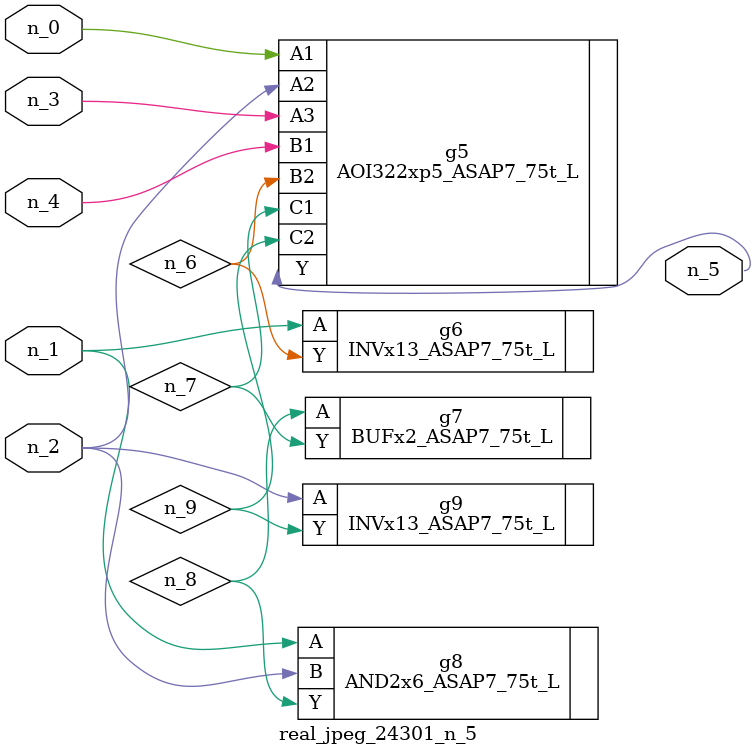
<source format=v>
module real_jpeg_24301_n_5 (n_4, n_0, n_1, n_2, n_3, n_5);

input n_4;
input n_0;
input n_1;
input n_2;
input n_3;

output n_5;

wire n_8;
wire n_6;
wire n_7;
wire n_9;

AOI322xp5_ASAP7_75t_L g5 ( 
.A1(n_0),
.A2(n_2),
.A3(n_3),
.B1(n_4),
.B2(n_6),
.C1(n_7),
.C2(n_9),
.Y(n_5)
);

INVx13_ASAP7_75t_L g6 ( 
.A(n_1),
.Y(n_6)
);

AND2x6_ASAP7_75t_L g8 ( 
.A(n_1),
.B(n_2),
.Y(n_8)
);

INVx13_ASAP7_75t_L g9 ( 
.A(n_2),
.Y(n_9)
);

BUFx2_ASAP7_75t_L g7 ( 
.A(n_8),
.Y(n_7)
);


endmodule
</source>
